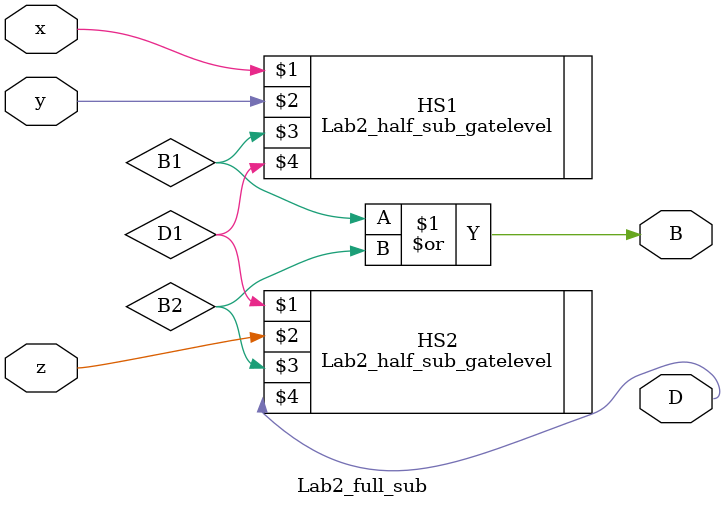
<source format=v>
module Lab2_full_sub(input x,y,z,output B,D);
    wire B1,B2,D1;

    Lab2_half_sub_gatelevel HS1(x,y,B1,D1);
    Lab2_half_sub_gatelevel HS2(D1,z,B2,D);
    or#(10) (B,B1,B2);
endmodule
</source>
